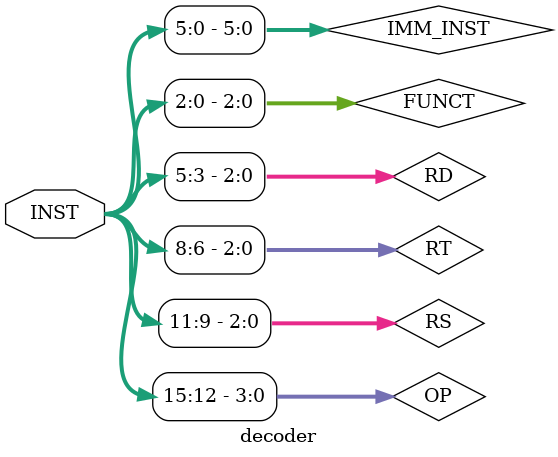
<source format=v>
module decoder(INST); // add outputs

input [15:0] INST;

/* ADD YOUR CODE BELOW THIS LINE */

// declare outputs

/* ADD YOUR CODE ABOVE THIS LINE */

// parse the instruction feilds
wire [3:0] OP;
wire [2:0] RS;
wire [2:0] RT;
wire [2:0] RD;
wire [2:0] FUNCT;
wire [5:0] IMM_INST;

assign OP = INST[15:12];
assign RS = INST[11:9];
assign RT = INST[8:6];
assign RD = INST[5:3];
assign FUNCT = INST[2:0];
assign IMM_INST = INST[5:0];

/* ADD YOUR CODE BELOW THIS LINE */

always @(*) begin
	case (OP)
	// implement decoder logic here
		default: begin
		end
	endcase

end

/* ADD YOUR CODE ABOVE THIS LINE */

endmodule

</source>
